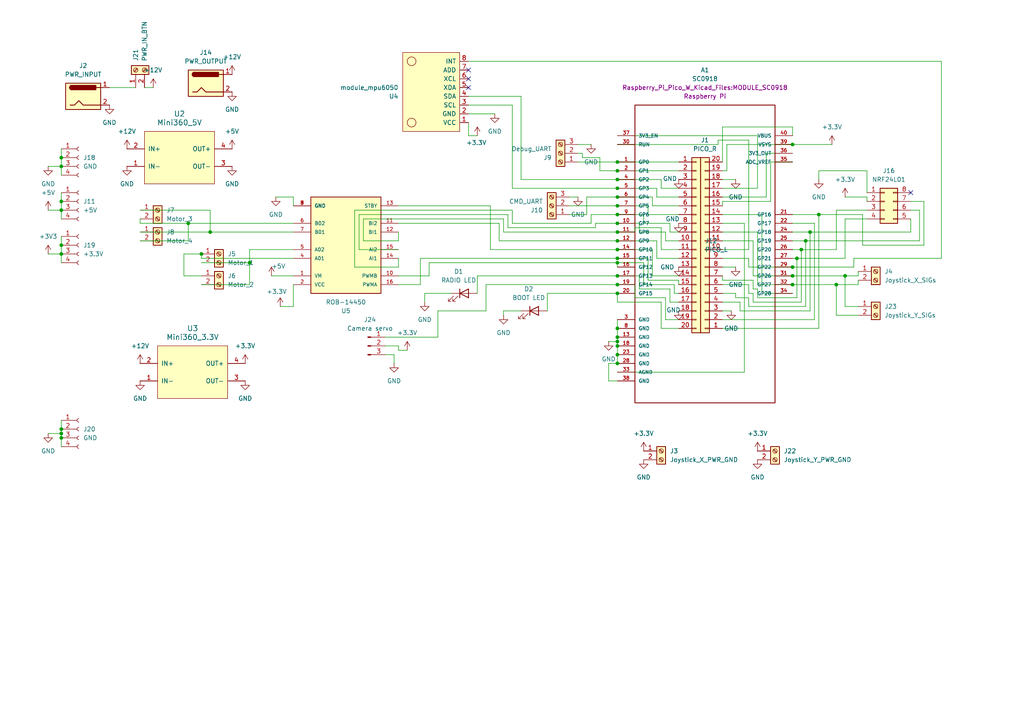
<source format=kicad_sch>
(kicad_sch (version 20231120) (generator "eeschema") (generator_version "8.0")
  (paper "A4")
  (lib_symbols
    (symbol "Connector:Barrel_Jack" (pin_names (offset 1.016))
      (property "Reference" "J" (at 0 5.334 0))
      (property "Value" "Barrel_Jack" (at 0 -5.08 0))
      (symbol "Barrel_Jack_1_1"
        (pin passive line (at 7.62 2.54 180) (length 2.54) (name "~") (number "1"))
        (pin passive line (at 7.62 -2.54 180) (length 2.54) (name "~") (number "2"))
      )
    )
    (symbol "Connector:Conn_01x03_Pin" (pin_names (offset 1.016) hide)
      (property "Reference" "J" (at 0 5.08 0))
      (property "Value" "Conn_01x03_Pin" (at 0 -5.08 0))
      (symbol "Conn_01x03_Pin_1_1"
        (pin passive line (at 5.08 2.54 180) (length 3.81) (name "Pin_1") (number "1"))
        (pin passive line (at 5.08 0 180) (length 3.81) (name "Pin_2") (number "2"))
        (pin passive line (at 5.08 -2.54 180) (length 3.81) (name "Pin_3") (number "3"))
      )
    )
    (symbol "Connector:Conn_01x04_Socket" (pin_names (offset 1.016) hide)
      (property "Reference" "J" (at 0 5.08 0))
      (property "Value" "Conn_01x04_Socket" (at 0 -7.62 0))
      (symbol "Conn_01x04_Socket_1_1"
        (pin passive line (at -5.08 2.54 0) (length 3.81) (name "Pin_1") (number "1"))
        (pin passive line (at -5.08 0 0) (length 3.81) (name "Pin_2") (number "2"))
        (pin passive line (at -5.08 -2.54 0) (length 3.81) (name "Pin_3") (number "3"))
        (pin passive line (at -5.08 -5.08 0) (length 3.81) (name "Pin_4") (number "4"))
      )
    )
    (symbol "Connector:Screw_Terminal_01x02" (pin_names (offset 1.016) hide)
      (property "Reference" "J" (at 0 2.54 0))
      (property "Value" "Screw_Terminal_01x02" (at 0 -5.08 0))
      (symbol "Screw_Terminal_01x02_1_1"
        (pin passive line (at -5.08 0 0) (length 3.81) (name "Pin_1") (number "1"))
        (pin passive line (at -5.08 -2.54 0) (length 3.81) (name "Pin_2") (number "2"))
      )
    )
    (symbol "Connector:Screw_Terminal_01x03" (pin_names (offset 1.016) hide)
      (property "Reference" "J" (at 0 5.08 0))
      (property "Value" "Screw_Terminal_01x03" (at 0 -5.08 0))
      (symbol "Screw_Terminal_01x03_1_1"
        (pin passive line (at -5.08 2.54 0) (length 3.81) (name "Pin_1") (number "1"))
        (pin passive line (at -5.08 0 0) (length 3.81) (name "Pin_2") (number "2"))
        (pin passive line (at -5.08 -2.54 0) (length 3.81) (name "Pin_3") (number "3"))
      )
    )
    (symbol "Connector_Generic:Conn_01x20" (pin_names (offset 1.016) hide)
      (property "Reference" "J" (at 0 25.4 0))
      (property "Value" "Conn_01x20" (at 0 -27.94 0))
      (symbol "Conn_01x20_1_1"
        (pin passive line (at -5.08 22.86 0) (length 3.81) (name "Pin_1") (number "1"))
        (pin passive line (at -5.08 0 0) (length 3.81) (name "Pin_10") (number "10"))
        (pin passive line (at -5.08 -2.54 0) (length 3.81) (name "Pin_11") (number "11"))
        (pin passive line (at -5.08 -5.08 0) (length 3.81) (name "Pin_12") (number "12"))
        (pin passive line (at -5.08 -7.62 0) (length 3.81) (name "Pin_13") (number "13"))
        (pin passive line (at -5.08 -10.16 0) (length 3.81) (name "Pin_14") (number "14"))
        (pin passive line (at -5.08 -12.7 0) (length 3.81) (name "Pin_15") (number "15"))
        (pin passive line (at -5.08 -15.24 0) (length 3.81) (name "Pin_16") (number "16"))
        (pin passive line (at -5.08 -17.78 0) (length 3.81) (name "Pin_17") (number "17"))
        (pin passive line (at -5.08 -20.32 0) (length 3.81) (name "Pin_18") (number "18"))
        (pin passive line (at -5.08 -22.86 0) (length 3.81) (name "Pin_19") (number "19"))
        (pin passive line (at -5.08 20.32 0) (length 3.81) (name "Pin_2") (number "2"))
        (pin passive line (at -5.08 -25.4 0) (length 3.81) (name "Pin_20") (number "20"))
        (pin passive line (at -5.08 17.78 0) (length 3.81) (name "Pin_3") (number "3"))
        (pin passive line (at -5.08 15.24 0) (length 3.81) (name "Pin_4") (number "4"))
        (pin passive line (at -5.08 12.7 0) (length 3.81) (name "Pin_5") (number "5"))
        (pin passive line (at -5.08 10.16 0) (length 3.81) (name "Pin_6") (number "6"))
        (pin passive line (at -5.08 7.62 0) (length 3.81) (name "Pin_7") (number "7"))
        (pin passive line (at -5.08 5.08 0) (length 3.81) (name "Pin_8") (number "8"))
        (pin passive line (at -5.08 2.54 0) (length 3.81) (name "Pin_9") (number "9"))
      )
    )
    (symbol "Connector_Generic:Conn_02x04_Counter_Clockwise" (pin_names (offset 1.016) hide)
      (property "Reference" "J" (at 1.27 5.08 0))
      (property "Value" "Conn_02x04_Counter_Clockwise" (at 1.27 -7.62 0))
      (symbol "Conn_02x04_Counter_Clockwise_1_1"
        (pin passive line (at -5.08 2.54 0) (length 3.81) (name "Pin_1") (number "1"))
        (pin passive line (at -5.08 0 0) (length 3.81) (name "Pin_2") (number "2"))
        (pin passive line (at -5.08 -2.54 0) (length 3.81) (name "Pin_3") (number "3"))
        (pin passive line (at -5.08 -5.08 0) (length 3.81) (name "Pin_4") (number "4"))
        (pin passive line (at 7.62 -5.08 180) (length 3.81) (name "Pin_5") (number "5"))
        (pin passive line (at 7.62 -2.54 180) (length 3.81) (name "Pin_6") (number "6"))
        (pin passive line (at 7.62 0 180) (length 3.81) (name "Pin_7") (number "7"))
        (pin passive line (at 7.62 2.54 180) (length 3.81) (name "Pin_8") (number "8"))
      )
    )
    (symbol "Device:LED" (pin_numbers hide) (pin_names (offset 1.016) hide)
      (property "Reference" "D" (at 0 2.54 0))
      (property "Value" "LED" (at 0 -2.54 0))
      (symbol "LED_1_1"
        (pin passive line (at -3.81 0 0) (length 2.54) (name "K") (number "1"))
        (pin passive line (at 3.81 0 180) (length 2.54) (name "A") (number "2"))
      )
    )
    (symbol "ROB-14450:ROB-14450" (pin_names (offset 1.016))
      (property "Reference" "U" (at -10.16 16.002 0))
      (property "Value" "ROB-14450" (at -10.16 -15.24 0))
      (symbol "ROB-14450_0_0"
        (pin power_in line (at 15.24 10.16 180) (length 5.08) (name "VM") (number "1"))
        (pin input line (at -15.24 10.16 0) (length 5.08) (name "PWMB") (number "10"))
        (pin input line (at -15.24 -5.08 0) (length 5.08) (name "BI2") (number "11"))
        (pin input line (at -15.24 -2.54 0) (length 5.08) (name "BI1") (number "12"))
        (pin input line (at -15.24 -10.16 0) (length 5.08) (name "STBY") (number "13"))
        (pin input line (at -15.24 5.08 0) (length 5.08) (name "AI1") (number "14"))
        (pin input line (at -15.24 2.54 0) (length 5.08) (name "AI2") (number "15"))
        (pin input line (at -15.24 12.7 0) (length 5.08) (name "PWMA") (number "16"))
        (pin power_in line (at 15.24 12.7 180) (length 5.08) (name "VCC") (number "2"))
        (pin power_in line (at 15.24 -10.16 180) (length 5.08) (name "GND") (number "3"))
        (pin output line (at 15.24 5.08 180) (length 5.08) (name "A01") (number "4"))
        (pin output line (at 15.24 2.54 180) (length 5.08) (name "A02") (number "5"))
        (pin output line (at 15.24 -5.08 180) (length 5.08) (name "B02") (number "6"))
        (pin output line (at 15.24 -2.54 180) (length 5.08) (name "B01") (number "7"))
        (pin power_in line (at 15.24 -10.16 180) (length 5.08) (name "GND") (number "8"))
        (pin power_in line (at 15.24 -10.16 180) (length 5.08) (name "GND") (number "9"))
      )
    )
    (symbol "Raspberry_Pi_Pico_W_SC0918:SC0918" (pin_names (offset 1.016))
      (property "Reference" "A1" (at 0 58.42 0))
      (property "Value" "SC0918" (at 0 55.88 0))
      (property "Footprint" "Raspberry Pi:MODULE_SC0918" (at -12.7 -46.99 0))
      (property "manufacturer" "Raspberry Pi" (at 0 53.34 0))
      (symbol "SC0918_0_0"
        (pin bidirectional line (at -25.4 26.67 0) (length 5.08) (name "GP0") (number "1"))
        (pin bidirectional line (at -25.4 8.89 0) (length 5.08) (name "GP7") (number "10"))
        (pin bidirectional line (at -25.4 6.35 0) (length 5.08) (name "GP8") (number "11"))
        (pin bidirectional line (at -25.4 3.81 0) (length 5.08) (name "GP9") (number "12"))
        (pin power_in line (at -25.4 -24.13 0) (length 5.08) (name "GND") (number "13"))
        (pin bidirectional line (at -25.4 1.27 0) (length 5.08) (name "GP10") (number "14"))
        (pin bidirectional line (at -25.4 -1.27 0) (length 5.08) (name "GP11") (number "15"))
        (pin bidirectional line (at -25.4 -3.81 0) (length 5.08) (name "GP12") (number "16"))
        (pin bidirectional line (at -25.4 -6.35 0) (length 5.08) (name "GP13") (number "17"))
        (pin power_in line (at -25.4 -26.67 0) (length 5.08) (name "GND") (number "18"))
        (pin bidirectional line (at -25.4 -8.89 0) (length 5.08) (name "GP14") (number "19"))
        (pin bidirectional line (at -25.4 24.13 0) (length 5.08) (name "GP1") (number "2"))
        (pin bidirectional line (at -25.4 -11.43 0) (length 5.08) (name "GP15") (number "20"))
        (pin bidirectional line (at 25.4 11.43 180) (length 5.08) (name "GP16") (number "21"))
        (pin bidirectional line (at 25.4 8.89 180) (length 5.08) (name "GP17") (number "22"))
        (pin power_in line (at -25.4 -29.21 0) (length 5.08) (name "GND") (number "23"))
        (pin bidirectional line (at 25.4 6.35 180) (length 5.08) (name "GP18") (number "24"))
        (pin bidirectional line (at 25.4 3.81 180) (length 5.08) (name "GP19") (number "25"))
        (pin bidirectional line (at 25.4 1.27 180) (length 5.08) (name "GP20") (number "26"))
        (pin bidirectional line (at 25.4 -1.27 180) (length 5.08) (name "GP21") (number "27"))
        (pin power_in line (at -25.4 -31.75 0) (length 5.08) (name "GND") (number "28"))
        (pin bidirectional line (at 25.4 -3.81 180) (length 5.08) (name "GP22") (number "29"))
        (pin power_in line (at -25.4 -19.05 0) (length 5.08) (name "GND") (number "3"))
        (pin input line (at -25.4 31.75 0) (length 5.08) (name "RUN") (number "30"))
        (pin bidirectional line (at 25.4 -6.35 180) (length 5.08) (name "GP26") (number "31"))
        (pin bidirectional line (at 25.4 -8.89 180) (length 5.08) (name "GP27") (number "32"))
        (pin power_in line (at -25.4 -34.29 0) (length 5.08) (name "AGND") (number "33"))
        (pin bidirectional line (at 25.4 -11.43 180) (length 5.08) (name "GP28") (number "34"))
        (pin power_in line (at 25.4 26.67 180) (length 5.08) (name "ADC_VREF") (number "35"))
        (pin power_in line (at 25.4 29.21 180) (length 5.08) (name "3V3_OUT") (number "36"))
        (pin input line (at -25.4 34.29 0) (length 5.08) (name "3V3_EN") (number "37"))
        (pin power_in line (at -25.4 -36.83 0) (length 5.08) (name "GND") (number "38"))
        (pin free line (at 25.4 31.75 180) (length 5.08) (name "VSYS") (number "39"))
        (pin bidirectional line (at -25.4 21.59 0) (length 5.08) (name "GP2") (number "4"))
        (pin free line (at 25.4 34.29 180) (length 5.08) (name "VBUS") (number "40"))
        (pin bidirectional line (at -25.4 19.05 0) (length 5.08) (name "GP3") (number "5"))
        (pin bidirectional line (at -25.4 16.51 0) (length 5.08) (name "GP4") (number "6"))
        (pin bidirectional line (at -25.4 13.97 0) (length 5.08) (name "GP5") (number "7"))
        (pin power_in line (at -25.4 -21.59 0) (length 5.08) (name "GND") (number "8"))
        (pin bidirectional line (at -25.4 11.43 0) (length 5.08) (name "GP6") (number "9"))
      )
    )
    (symbol "mini360:Mini360" (pin_names (offset 1.016))
      (property "Reference" "U" (at 0 -5.08 0))
      (property "Value" "Mini360" (at 0 5.08 0))
      (symbol "Mini360_1_1"
        (pin power_in line (at -15.24 -2.54 0) (length 5.08) (name "IN-") (number "1"))
        (pin power_in line (at -15.24 2.54 0) (length 5.08) (name "IN+") (number "2"))
        (pin power_out line (at 15.24 -2.54 180) (length 5.08) (name "OUT-") (number "3"))
        (pin power_out line (at 15.24 2.54 180) (length 5.08) (name "OUT+") (number "4"))
      )
    )
    (symbol "power:+12V" (power) (pin_numbers hide) (pin_names (offset 0) hide)
      (property "Value" "+12V" (at 0 3.556 0))
      (symbol "+12V_1_1"
        (pin power_in line (at 0 0 90) (length 0) (name "~") (number "1"))
      )
    )
    (symbol "power:+3.3V" (power) (pin_numbers hide) (pin_names (offset 0) hide)
      (property "Value" "+3.3V" (at 0 3.556 0))
      (symbol "+3.3V_1_1"
        (pin power_in line (at 0 0 90) (length 0) (name "~") (number "1"))
      )
    )
    (symbol "power:+3V3" (power) (pin_numbers hide) (pin_names (offset 0) hide)
      (property "Value" "+3V3" (at 0 3.556 0))
      (symbol "+3V3_1_1"
        (pin power_in line (at 0 0 90) (length 0) (name "~") (number "1"))
      )
    )
    (symbol "power:+5V" (power) (pin_numbers hide) (pin_names (offset 0) hide)
      (property "Value" "+5V" (at 0 3.556 0))
      (symbol "+5V_1_1"
        (pin power_in line (at 0 0 90) (length 0) (name "~") (number "1"))
      )
    )
    (symbol "power:GND" (power) (pin_numbers hide) (pin_names (offset 0) hide)
      (property "Value" "GND" (at 0 -3.81 0))
      (symbol "GND_1_1"
        (pin power_in line (at 0 0 270) (length 0) (name "~") (number "1"))
      )
    )
    (symbol "usini_sensors:module_mpu6050" (pin_names (offset 1.016))
      (property "Reference" "U" (at 2.54 21.59 0))
      (property "Value" "module_mpu6050" (at 11.43 -3.81 0))
      (symbol "module_mpu6050_1_1"
        (pin input line (at 0 17.78 0) (length 2.54) (name "VCC") (number "1"))
        (pin input line (at 0 15.24 0) (length 2.54) (name "GND") (number "2"))
        (pin input line (at 0 12.7 0) (length 2.54) (name "SCL") (number "3"))
        (pin input line (at 0 10.16 0) (length 2.54) (name "SDA") (number "4"))
        (pin input line (at 0 7.62 0) (length 2.54) (name "XDA") (number "5"))
        (pin input line (at 0 5.08 0) (length 2.54) (name "XCL") (number "6"))
        (pin input line (at 0 2.54 0) (length 2.54) (name "ADD") (number "7"))
        (pin input line (at 0 0 0) (length 2.54) (name "INT") (number "8"))
      )
    )
  )
  (junction (at 229.87 77.47))
  (junction (at 179.07 99.06))
  (junction (at 229.87 82.55))
  (junction (at 58.42 73.66))
  (junction (at 242.57 82.55))
  (junction (at 231.14 74.93))
  (junction (at 179.07 59.69))
  (junction (at 17.78 124.46))
  (junction (at 245.11 80.01))
  (junction (at 72.39 76.2))
  (junction (at 17.78 48.26))
  (junction (at 179.07 54.61))
  (junction (at 17.78 45.72))
  (junction (at 179.07 46.99))
  (junction (at 17.78 71.12))
  (junction (at 179.07 74.93))
  (junction (at 179.07 64.77))
  (junction (at 179.07 102.87))
  (junction (at 179.07 82.55))
  (junction (at 229.87 41.91))
  (junction (at 179.07 67.31))
  (junction (at 233.68 69.85))
  (junction (at 17.78 127))
  (junction (at 179.07 69.85))
  (junction (at 179.07 85.09))
  (junction (at 179.07 97.79))
  (junction (at 179.07 62.23))
  (junction (at 179.07 105.41))
  (junction (at 54.61 64.77))
  (junction (at 179.07 57.15))
  (junction (at 17.78 60.96))
  (junction (at 179.07 80.01))
  (junction (at 232.41 72.39))
  (junction (at 237.49 62.23))
  (junction (at 179.07 100.33))
  (junction (at 179.07 95.25))
  (junction (at 17.78 73.66))
  (junction (at 17.78 125.73))
  (junction (at 17.78 58.42))
  (junction (at 179.07 49.53))
  (junction (at 229.87 80.01))
  (junction (at 234.95 67.31))
  (junction (at 179.07 76.2))
  (junction (at 179.07 52.07))
  (junction (at 179.07 72.39))
  (junction (at 60.96 67.31))
  (no_connect (at 264.16 55.88))
  (no_connect (at 135.89 20.32))
  (no_connect (at 135.89 22.86))
  (no_connect (at 135.89 25.4))
  (wire (pts (xy 242.57 82.55) (xy 242.57 91.44)))
  (wire (pts (xy 231.14 74.93) (xy 245.11 74.93)))
  (wire (pts (xy 237.49 95.25) (xy 237.49 62.23)))
  (wire (pts (xy 219.71 39.37) (xy 219.71 54.61)))
  (wire (pts (xy 191.77 54.61) (xy 196.85 54.61)))
  (wire (pts (xy 209.55 81.28) (xy 218.44 81.28)))
  (wire (pts (xy 215.9 64.77) (xy 209.55 64.77)))
  (wire (pts (xy 170.18 57.15) (xy 179.07 57.15)))
  (wire (pts (xy 223.52 58.42) (xy 209.55 58.42)))
  (wire (pts (xy 173.99 45.72) (xy 168.91 45.72)))
  (wire (pts (xy 179.07 52.07) (xy 191.77 52.07)))
  (wire (pts (xy 115.57 69.85) (xy 115.57 67.31)))
  (wire (pts (xy 179.07 64.77) (xy 185.42 64.77)))
  (wire (pts (xy 148.59 30.48) (xy 148.59 54.61)))
  (wire (pts (xy 127 90.17) (xy 127 97.79)))
  (wire (pts (xy 58.42 82.55) (xy 72.39 82.55)))
  (wire (pts (xy 31.75 25.4) (xy 39.37 25.4)))
  (wire (pts (xy 179.07 41.91) (xy 208.28 41.91)))
  (wire (pts (xy 219.71 83.82) (xy 218.44 83.82)))
  (wire (pts (xy 248.92 82.55) (xy 248.92 81.28)))
  (wire (pts (xy 53.34 80.01) (xy 58.42 80.01)))
  (wire (pts (xy 219.71 86.36) (xy 219.71 83.82)))
  (wire (pts (xy 140.97 90.17) (xy 127 90.17)))
  (wire (pts (xy 186.69 82.55) (xy 195.58 82.55)))
  (wire (pts (xy 251.46 57.15) (xy 251.46 58.42)))
  (wire (pts (xy 251.46 55.88) (xy 251.46 49.53)))
  (wire (pts (xy 217.17 85.09) (xy 217.17 82.55)))
  (wire (pts (xy 135.89 39.37) (xy 138.43 39.37)))
  (wire (pts (xy 72.39 76.2) (xy 72.39 82.55)))
  (wire (pts (xy 213.36 86.36) (xy 217.17 86.36)))
  (wire (pts (xy 237.49 62.23) (xy 250.19 62.23)))
  (wire (pts (xy 172.72 64.77) (xy 172.72 66.04)))
  (wire (pts (xy 194.31 83.82) (xy 194.31 87.63)))
  (wire (pts (xy 218.44 87.63) (xy 218.44 85.09)))
  (wire (pts (xy 80.01 57.15) (xy 85.09 57.15)))
  (wire (pts (xy 17.78 121.92) (xy 17.78 124.46)))
  (wire (pts (xy 245.11 57.15) (xy 251.46 57.15)))
  (wire (pts (xy 115.57 77.47) (xy 115.57 74.93)))
  (wire (pts (xy 196.85 81.28) (xy 196.85 82.55)))
  (wire (pts (xy 209.55 36.83) (xy 209.55 46.99)))
  (wire (pts (xy 229.87 39.37) (xy 229.87 36.83)))
  (wire (pts (xy 209.55 82.55) (xy 217.17 82.55)))
  (wire (pts (xy 229.87 41.91) (xy 241.3 41.91)))
  (wire (pts (xy 115.57 64.77) (xy 144.78 64.77)))
  (wire (pts (xy 217.17 77.47) (xy 217.17 74.93)))
  (wire (pts (xy 179.07 64.77) (xy 172.72 64.77)))
  (wire (pts (xy 179.07 82.55) (xy 184.15 82.55)))
  (wire (pts (xy 179.07 85.09) (xy 179.07 87.63)))
  (wire (pts (xy 179.07 102.87) (xy 179.07 105.41)))
  (wire (pts (xy 179.07 69.85) (xy 190.5 69.85)))
  (wire (pts (xy 17.78 45.72) (xy 17.78 48.26)))
  (wire (pts (xy 242.57 91.44) (xy 248.92 91.44)))
  (wire (pts (xy 54.61 64.77) (xy 85.09 64.77)))
  (wire (pts (xy 114.3 102.87) (xy 114.3 105.41)))
  (wire (pts (xy 195.58 85.09) (xy 196.85 85.09)))
  (wire (pts (xy 60.96 60.96) (xy 60.96 67.31)))
  (wire (pts (xy 185.42 83.82) (xy 194.31 83.82)))
  (wire (pts (xy 176.53 99.06) (xy 179.07 99.06)))
  (wire (pts (xy 17.78 58.42) (xy 17.78 60.96)))
  (wire (pts (xy 148.59 60.96) (xy 102.87 60.96)))
  (wire (pts (xy 72.39 76.2) (xy 58.42 76.2)))
  (wire (pts (xy 140.97 82.55) (xy 140.97 90.17)))
  (wire (pts (xy 173.99 49.53) (xy 173.99 45.72)))
  (wire (pts (xy 40.64 69.85) (xy 54.61 69.85)))
  (wire (pts (xy 236.22 92.71) (xy 209.55 92.71)))
  (wire (pts (xy 209.55 81.28) (xy 209.55 80.01)))
  (wire (pts (xy 123.19 87.63) (xy 123.19 85.09)))
  (wire (pts (xy 165.1 57.15) (xy 167.64 57.15)))
  (wire (pts (xy 78.74 80.01) (xy 85.09 80.01)))
  (wire (pts (xy 179.07 57.15) (xy 189.23 57.15)))
  (wire (pts (xy 229.87 41.91) (xy 210.82 41.91)))
  (wire (pts (xy 184.15 67.31) (xy 184.15 66.04)))
  (wire (pts (xy 167.64 41.91) (xy 171.45 41.91)))
  (wire (pts (xy 40.64 64.77) (xy 54.61 64.77)))
  (wire (pts (xy 232.41 72.39) (xy 242.57 72.39)))
  (wire (pts (xy 135.89 17.78) (xy 273.05 17.78)))
  (wire (pts (xy 194.31 67.31) (xy 196.85 67.31)))
  (wire (pts (xy 267.97 58.42) (xy 264.16 58.42)))
  (wire (pts (xy 191.77 52.07) (xy 191.77 54.61)))
  (wire (pts (xy 232.41 87.63) (xy 218.44 87.63)))
  (wire (pts (xy 185.42 64.77) (xy 185.42 67.31)))
  (wire (pts (xy 151.13 52.07) (xy 151.13 27.94)))
  (wire (pts (xy 247.65 74.93) (xy 247.65 77.47)))
  (wire (pts (xy 179.07 72.39) (xy 142.24 72.39)))
  (wire (pts (xy 179.07 110.49) (xy 176.53 110.49)))
  (wire (pts (xy 170.18 62.23) (xy 170.18 57.15)))
  (wire (pts (xy 167.64 46.99) (xy 179.07 46.99)))
  (wire (pts (xy 179.07 76.2) (xy 186.69 76.2)))
  (wire (pts (xy 231.14 86.36) (xy 219.71 86.36)))
  (wire (pts (xy 191.77 87.63) (xy 191.77 95.25)))
  (wire (pts (xy 229.87 80.01) (xy 245.11 80.01)))
  (wire (pts (xy 234.95 67.31) (xy 264.16 67.31)))
  (wire (pts (xy 234.95 90.17) (xy 234.95 67.31)))
  (wire (pts (xy 217.17 40.64) (xy 217.17 72.39)))
  (wire (pts (xy 40.64 63.5) (xy 40.64 64.77)))
  (wire (pts (xy 179.07 99.06) (xy 179.07 100.33)))
  (wire (pts (xy 229.87 74.93) (xy 231.14 74.93)))
  (wire (pts (xy 179.07 62.23) (xy 171.45 62.23)))
  (wire (pts (xy 151.13 27.94) (xy 135.89 27.94)))
  (wire (pts (xy 179.07 52.07) (xy 151.13 52.07)))
  (wire (pts (xy 193.04 69.85) (xy 196.85 69.85)))
  (wire (pts (xy 184.15 86.36) (xy 193.04 86.36)))
  (wire (pts (xy 248.92 80.01) (xy 248.92 78.74)))
  (wire (pts (xy 179.07 107.95) (xy 215.9 107.95)))
  (wire (pts (xy 53.34 73.66) (xy 53.34 80.01)))
  (wire (pts (xy 209.55 58.42) (xy 209.55 59.69)))
  (wire (pts (xy 220.98 85.09) (xy 220.98 62.23)))
  (wire (pts (xy 229.87 72.39) (xy 232.41 72.39)))
  (wire (pts (xy 124.46 76.2) (xy 179.07 76.2)))
  (wire (pts (xy 123.19 85.09) (xy 130.81 85.09)))
  (wire (pts (xy 209.55 52.07) (xy 213.36 52.07)))
  (wire (pts (xy 245.11 63.5) (xy 251.46 63.5)))
  (wire (pts (xy 210.82 41.91) (xy 210.82 49.53)))
  (wire (pts (xy 115.57 101.6) (xy 118.11 101.6)))
  (wire (pts (xy 190.5 69.85) (xy 190.5 74.93)))
  (wire (pts (xy 144.78 69.85) (xy 179.07 69.85)))
  (wire (pts (xy 179.07 67.31) (xy 146.05 67.31)))
  (wire (pts (xy 193.04 86.36) (xy 193.04 92.71)))
  (wire (pts (xy 135.89 30.48) (xy 148.59 30.48)))
  (wire (pts (xy 250.19 62.23) (xy 250.19 71.12)))
  (wire (pts (xy 179.07 74.93) (xy 121.92 74.93)))
  (wire (pts (xy 236.22 64.77) (xy 236.22 92.71)))
  (wire (pts (xy 189.23 80.01) (xy 196.85 80.01)))
  (wire (pts (xy 148.59 54.61) (xy 179.07 54.61)))
  (wire (pts (xy 229.87 64.77) (xy 236.22 64.77)))
  (wire (pts (xy 184.15 66.04) (xy 191.77 66.04)))
  (wire (pts (xy 222.25 44.45) (xy 222.25 57.15)))
  (wire (pts (xy 105.41 63.5) (xy 105.41 69.85)))
  (wire (pts (xy 218.44 83.82) (xy 218.44 81.28)))
  (wire (pts (xy 247.65 77.47) (xy 229.87 77.47)))
  (wire (pts (xy 190.5 57.15) (xy 196.85 57.15)))
  (wire (pts (xy 186.69 62.23) (xy 186.69 64.77)))
  (wire (pts (xy 209.55 85.09) (xy 213.36 85.09)))
  (wire (pts (xy 217.17 86.36) (xy 217.17 88.9)))
  (wire (pts (xy 189.23 59.69) (xy 196.85 59.69)))
  (wire (pts (xy 179.07 54.61) (xy 190.5 54.61)))
  (wire (pts (xy 17.78 43.18) (xy 17.78 45.72)))
  (wire (pts (xy 104.14 72.39) (xy 115.57 72.39)))
  (wire (pts (xy 58.42 74.93) (xy 58.42 73.66)))
  (wire (pts (xy 176.53 110.49) (xy 176.53 105.41)))
  (wire (pts (xy 13.97 125.73) (xy 17.78 125.73)))
  (wire (pts (xy 208.28 41.91) (xy 208.28 40.64)))
  (wire (pts (xy 17.78 71.12) (xy 17.78 73.66)))
  (wire (pts (xy 104.14 62.23) (xy 147.32 62.23)))
  (wire (pts (xy 187.96 59.69) (xy 187.96 62.23)))
  (wire (pts (xy 17.78 68.58) (xy 17.78 71.12)))
  (wire (pts (xy 121.92 74.93) (xy 121.92 82.55)))
  (wire (pts (xy 158.75 85.09) (xy 179.07 85.09)))
  (wire (pts (xy 191.77 66.04) (xy 191.77 72.39)))
  (wire (pts (xy 219.71 67.31) (xy 209.55 67.31)))
  (wire (pts (xy 195.58 82.55) (xy 195.58 85.09)))
  (wire (pts (xy 54.61 69.85) (xy 54.61 64.77)))
  (wire (pts (xy 213.36 85.09) (xy 213.36 86.36)))
  (wire (pts (xy 232.41 72.39) (xy 232.41 87.63)))
  (wire (pts (xy 209.55 95.25) (xy 237.49 95.25)))
  (wire (pts (xy 220.98 62.23) (xy 209.55 62.23)))
  (wire (pts (xy 186.69 64.77) (xy 194.31 64.77)))
  (wire (pts (xy 179.07 82.55) (xy 140.97 82.55)))
  (wire (pts (xy 179.07 80.01) (xy 138.43 80.01)))
  (wire (pts (xy 179.07 62.23) (xy 186.69 62.23)))
  (wire (pts (xy 208.28 40.64) (xy 217.17 40.64)))
  (wire (pts (xy 148.59 64.77) (xy 148.59 60.96)))
  (wire (pts (xy 185.42 80.01) (xy 185.42 83.82)))
  (wire (pts (xy 104.14 62.23) (xy 104.14 72.39)))
  (wire (pts (xy 179.07 100.33) (xy 179.07 102.87)))
  (wire (pts (xy 229.87 82.55) (xy 242.57 82.55)))
  (wire (pts (xy 72.39 72.39) (xy 72.39 76.2)))
  (wire (pts (xy 273.05 74.93) (xy 247.65 74.93)))
  (wire (pts (xy 147.32 66.04) (xy 147.32 62.23)))
  (wire (pts (xy 127 97.79) (xy 111.76 97.79)))
  (wire (pts (xy 194.31 87.63) (xy 196.85 87.63)))
  (wire (pts (xy 245.11 74.93) (xy 245.11 63.5)))
  (wire (pts (xy 60.96 67.31) (xy 85.09 67.31)))
  (wire (pts (xy 146.05 67.31) (xy 146.05 63.5)))
  (wire (pts (xy 165.1 62.23) (xy 170.18 62.23)))
  (wire (pts (xy 102.87 60.96) (xy 102.87 77.47)))
  (wire (pts (xy 191.77 72.39) (xy 196.85 72.39)))
  (wire (pts (xy 146.05 91.44) (xy 146.05 90.17)))
  (wire (pts (xy 171.45 64.77) (xy 148.59 64.77)))
  (wire (pts (xy 189.23 72.39) (xy 189.23 80.01)))
  (wire (pts (xy 193.04 92.71) (xy 196.85 92.71)))
  (wire (pts (xy 229.87 36.83) (xy 209.55 36.83)))
  (wire (pts (xy 105.41 69.85) (xy 115.57 69.85)))
  (wire (pts (xy 242.57 60.96) (xy 251.46 60.96)))
  (wire (pts (xy 218.44 69.85) (xy 209.55 69.85)))
  (wire (pts (xy 187.96 62.23) (xy 196.85 62.23)))
  (wire (pts (xy 179.07 46.99) (xy 196.85 46.99)))
  (wire (pts (xy 17.78 73.66) (xy 17.78 76.2)))
  (wire (pts (xy 217.17 72.39) (xy 209.55 72.39)))
  (wire (pts (xy 111.76 102.87) (xy 114.3 102.87)))
  (wire (pts (xy 40.64 67.31) (xy 60.96 67.31)))
  (wire (pts (xy 234.95 67.31) (xy 229.87 67.31)))
  (wire (pts (xy 17.78 127) (xy 17.78 129.54)))
  (wire (pts (xy 189.23 57.15) (xy 189.23 59.69)))
  (wire (pts (xy 179.07 59.69) (xy 187.96 59.69)))
  (wire (pts (xy 233.68 69.85) (xy 266.7 69.85)))
  (wire (pts (xy 17.78 124.46) (xy 17.78 125.73)))
  (wire (pts (xy 214.63 87.63) (xy 214.63 90.17)))
  (wire (pts (xy 229.87 69.85) (xy 233.68 69.85)))
  (wire (pts (xy 171.45 62.23) (xy 171.45 64.77)))
  (wire (pts (xy 264.16 67.31) (xy 264.16 63.5)))
  (wire (pts (xy 194.31 64.77) (xy 194.31 67.31)))
  (wire (pts (xy 218.44 80.01) (xy 218.44 69.85)))
  (wire (pts (xy 229.87 85.09) (xy 220.98 85.09)))
  (wire (pts (xy 121.92 82.55) (xy 115.57 82.55)))
  (wire (pts (xy 81.28 88.9) (xy 85.09 88.9)))
  (wire (pts (xy 167.64 44.45) (xy 168.91 44.45)))
  (wire (pts (xy 85.09 57.15) (xy 85.09 59.69)))
  (wire (pts (xy 219.71 82.55) (xy 219.71 67.31)))
  (wire (pts (xy 179.07 76.2) (xy 179.07 77.47)))
  (wire (pts (xy 13.97 73.66) (xy 17.78 73.66)))
  (wire (pts (xy 13.97 48.26) (xy 17.78 48.26)))
  (wire (pts (xy 85.09 72.39) (xy 72.39 72.39)))
  (wire (pts (xy 179.07 74.93) (xy 187.96 74.93)))
  (wire (pts (xy 209.55 90.17) (xy 212.09 90.17)))
  (wire (pts (xy 242.57 72.39) (xy 242.57 60.96)))
  (wire (pts (xy 191.77 95.25) (xy 196.85 95.25)))
  (wire (pts (xy 231.14 74.93) (xy 231.14 86.36)))
  (wire (pts (xy 219.71 54.61) (xy 209.55 54.61)))
  (wire (pts (xy 179.07 97.79) (xy 179.07 99.06)))
  (wire (pts (xy 209.55 77.47) (xy 213.36 77.47)))
  (wire (pts (xy 41.91 25.4) (xy 44.45 25.4)))
  (wire (pts (xy 179.07 92.71) (xy 179.07 95.25)))
  (wire (pts (xy 245.11 80.01) (xy 248.92 80.01)))
  (wire (pts (xy 165.1 59.69) (xy 179.07 59.69)))
  (wire (pts (xy 184.15 82.55) (xy 184.15 86.36)))
  (wire (pts (xy 190.5 54.61) (xy 190.5 57.15)))
  (wire (pts (xy 229.87 44.45) (xy 222.25 44.45)))
  (wire (pts (xy 142.24 72.39) (xy 142.24 59.69)))
  (wire (pts (xy 102.87 77.47) (xy 115.57 77.47)))
  (wire (pts (xy 176.53 105.41) (xy 179.07 105.41)))
  (wire (pts (xy 146.05 90.17) (xy 151.13 90.17)))
  (wire (pts (xy 185.42 67.31) (xy 193.04 67.31)))
  (wire (pts (xy 17.78 55.88) (xy 17.78 58.42)))
  (wire (pts (xy 187.96 81.28) (xy 196.85 81.28)))
  (wire (pts (xy 115.57 80.01) (xy 124.46 80.01)))
  (wire (pts (xy 179.07 67.31) (xy 184.15 67.31)))
  (wire (pts (xy 229.87 80.01) (xy 218.44 80.01)))
  (wire (pts (xy 237.49 49.53) (xy 237.49 52.07)))
  (wire (pts (xy 179.07 87.63) (xy 191.77 87.63)))
  (wire (pts (xy 13.97 60.96) (xy 17.78 60.96)))
  (wire (pts (xy 17.78 125.73) (xy 17.78 127)))
  (wire (pts (xy 193.04 67.31) (xy 193.04 69.85)))
  (wire (pts (xy 40.64 60.96) (xy 60.96 60.96)))
  (wire (pts (xy 215.9 64.77) (xy 215.9 107.95)))
  (wire (pts (xy 242.57 82.55) (xy 248.92 82.55)))
  (wire (pts (xy 124.46 80.01) (xy 124.46 76.2)))
  (wire (pts (xy 267.97 71.12) (xy 267.97 58.42)))
  (wire (pts (xy 168.91 44.45) (xy 168.91 45.72)))
  (wire (pts (xy 115.57 100.33) (xy 115.57 101.6)))
  (wire (pts (xy 250.19 71.12) (xy 267.97 71.12)))
  (wire (pts (xy 210.82 49.53) (xy 209.55 49.53)))
  (wire (pts (xy 223.52 46.99) (xy 223.52 58.42)))
  (wire (pts (xy 266.7 60.96) (xy 264.16 60.96)))
  (wire (pts (xy 190.5 74.93) (xy 196.85 74.93)))
  (wire (pts (xy 229.87 77.47) (xy 217.17 77.47)))
  (wire (pts (xy 179.07 95.25) (xy 179.07 97.79)))
  (wire (pts (xy 222.25 57.15) (xy 209.55 57.15)))
  (wire (pts (xy 111.76 100.33) (xy 115.57 100.33)))
  (wire (pts (xy 233.68 69.85) (xy 233.68 88.9)))
  (wire (pts (xy 251.46 49.53) (xy 237.49 49.53)))
  (wire (pts (xy 218.44 85.09) (xy 217.17 85.09)))
  (wire (pts (xy 146.05 63.5) (xy 105.41 63.5)))
  (wire (pts (xy 158.75 90.17) (xy 158.75 85.09)))
  (wire (pts (xy 135.89 35.56) (xy 135.89 39.37)))
  (wire (pts (xy 229.87 46.99) (xy 223.52 46.99)))
  (wire (pts (xy 245.11 88.9) (xy 248.92 88.9)))
  (wire (pts (xy 217.17 74.93) (xy 209.55 74.93)))
  (wire (pts (xy 142.24 59.69) (xy 115.57 59.69)))
  (wire (pts (xy 237.49 62.23) (xy 229.87 62.23)))
  (wire (pts (xy 58.42 73.66) (xy 53.34 73.66)))
  (wire (pts (xy 233.68 88.9) (xy 217.17 88.9)))
  (wire (pts (xy 179.07 80.01) (xy 185.42 80.01)))
  (wire (pts (xy 179.07 49.53) (xy 196.85 49.53)))
  (wire (pts (xy 245.11 80.01) (xy 245.11 88.9)))
  (wire (pts (xy 179.07 39.37) (xy 219.71 39.37)))
  (wire (pts (xy 179.07 49.53) (xy 173.99 49.53)))
  (wire (pts (xy 209.55 87.63) (xy 214.63 87.63)))
  (wire (pts (xy 179.07 72.39) (xy 189.23 72.39)))
  (wire (pts (xy 229.87 82.55) (xy 219.71 82.55)))
  (wire (pts (xy 138.43 80.01) (xy 138.43 85.09)))
  (wire (pts (xy 266.7 69.85) (xy 266.7 60.96)))
  (wire (pts (xy 172.72 66.04) (xy 147.32 66.04)))
  (wire (pts (xy 17.78 60.96) (xy 17.78 63.5)))
  (wire (pts (xy 187.96 74.93) (xy 187.96 81.28)))
  (wire (pts (xy 17.78 48.26) (xy 17.78 50.8)))
  (wire (pts (xy 135.89 33.02) (xy 143.51 33.02)))
  (wire (pts (xy 144.78 64.77) (xy 144.78 69.85)))
  (wire (pts (xy 85.09 88.9) (xy 85.09 82.55)))
  (wire (pts (xy 273.05 17.78) (xy 273.05 74.93)))
  (wire (pts (xy 85.09 74.93) (xy 58.42 74.93)))
  (wire (pts (xy 186.69 76.2) (xy 186.69 82.55)))
  (wire (pts (xy 214.63 90.17) (xy 234.95 90.17)))
  (symbol (lib_id "Connector:Screw_Terminal_01x02") (at 254 88.9 0) (unit 1)
    (property "Reference" "J23" (at 256.54 88.8999 0) (effects (justify left)))
    (property "Value" "Joystick_Y_SIGs" (at 256.54 91.4399 0) (effects (justify left)))
    (property "Footprint" "TerminalBlock_Phoenix:TerminalBlock_Phoenix_MKDS-1,5-2-5.08_1x02_P5.08mm_Horizontal" (effects (hide yes)))
    (property "Description" "Generic screw terminal, single row, 01x02, script generated (kicad-library-utils/schlib/autogen/connector/)" (effects (hide yes)))
  )
  (symbol (lib_id "power:GND") (at 186.69 133.35 0) (unit 1)
    (property "Reference" "#PWR028" (effects (hide yes)))
    (property "Value" "GND" (at 186.69 138.43 0))
    (property "Description" "Power symbol creates a global label with name \"GND\" , ground" (effects (hide yes)))
  )
  (symbol (lib_id "power:+3.3V") (at 219.71 130.81 0) (unit 1)
    (property "Reference" "#PWR027" (effects (hide yes)))
    (property "Value" "+3.3V" (at 219.71 125.73 0))
    (property "Description" "Power symbol creates a global label with name \"+3.3V\"" (effects (hide yes)))
  )
  (symbol (lib_id "Connector:Screw_Terminal_01x02") (at 45.72 60.96 0) (unit 1)
    (property "Reference" "J7" (at 48.26 60.9599 0) (effects (justify left)))
    (property "Value" "Motor_3" (at 48.26 63.4999 0) (effects (justify left)))
    (property "Footprint" "TerminalBlock_Phoenix:TerminalBlock_Phoenix_MKDS-1,5-2-5.08_1x02_P5.08mm_Horizontal" (effects (hide yes)))
    (property "Description" "Generic screw terminal, single row, 01x02, script generated (kicad-library-utils/schlib/autogen/connector/)" (effects (hide yes)))
  )
  (symbol (lib_id "power:GND") (at 212.09 90.17 0) (unit 1)
    (property "Reference" "#PWR042" (effects (hide yes)))
    (property "Value" "GND" (at 212.09 95.25 0))
    (property "Description" "Power symbol creates a global label with name \"GND\" , ground" (effects (hide yes)))
  )
  (symbol (lib_id "power:GND") (at 123.19 87.63 0) (unit 1)
    (property "Reference" "#PWR03" (effects (hide yes)))
    (property "Value" "GND" (at 123.19 92.71 0))
    (property "Description" "Power symbol creates a global label with name \"GND\" , ground" (effects (hide yes)))
  )
  (symbol (lib_id "power:GND") (at 237.49 52.07 0) (unit 1)
    (property "Reference" "#PWR046" (effects (hide yes)))
    (property "Value" "GND" (at 237.49 57.15 0))
    (property "Description" "Power symbol creates a global label with name \"GND\" , ground" (effects (hide yes)))
  )
  (symbol (lib_id "Connector:Screw_Terminal_01x03") (at 160.02 59.69 180) (unit 1)
    (property "Reference" "J10" (at 157.48 60.9601 0) (effects (justify left)))
    (property "Value" "CMD_UART" (at 157.48 58.4201 0) (effects (justify left)))
    (property "Footprint" "TerminalBlock_Phoenix:TerminalBlock_Phoenix_MKDS-1,5-3-5.08_1x03_P5.08mm_Horizontal" (effects (hide yes)))
    (property "Description" "Generic screw terminal, single row, 01x03, script generated (kicad-library-utils/schlib/autogen/connector/)" (effects (hide yes)))
  )
  (symbol (lib_id "power:+3.3V") (at 186.69 130.81 0) (unit 1)
    (property "Reference" "#PWR026" (effects (hide yes)))
    (property "Value" "+3.3V" (at 186.69 125.73 0))
    (property "Description" "Power symbol creates a global label with name \"+3.3V\"" (effects (hide yes)))
  )
  (symbol (lib_id "power:GND") (at 167.64 57.15 0) (unit 1)
    (property "Reference" "#PWR05" (effects (hide yes)))
    (property "Value" "GND" (at 167.64 62.23 0))
    (property "Description" "Power symbol creates a global label with name \"GND\" , ground" (effects (hide yes)))
  )
  (symbol (lib_id "Connector:Conn_01x04_Socket") (at 22.86 71.12 0) (unit 1)
    (property "Reference" "J19" (at 24.13 71.1199 0) (effects (justify left)))
    (property "Value" "+3.3V" (at 24.13 73.6599 0) (effects (justify left)))
    (property "Footprint" "Connector_PinSocket_2.54mm:PinSocket_1x04_P2.54mm_Vertical" (effects (hide yes)))
    (property "Description" "Generic connector, single row, 01x04, script generated" (effects (hide yes)))
  )
  (symbol (lib_id "power:GND") (at 213.36 52.07 0) (unit 1)
    (property "Reference" "#PWR044" (effects (hide yes)))
    (property "Value" "GND" (at 213.36 57.15 0))
    (property "Description" "Power symbol creates a global label with name \"GND\" , ground" (effects (hide yes)))
  )
  (symbol (lib_id "power:+12V") (at 40.64 105.41 0) (unit 1)
    (property "Reference" "#PWR021" (effects (hide yes)))
    (property "Value" "+12V" (at 40.64 100.33 0))
    (property "Description" "Power symbol creates a global label with name \"+12V\"" (effects (hide yes)))
  )
  (symbol (lib_id "Connector:Screw_Terminal_01x02") (at 63.5 80.01 0) (unit 1)
    (property "Reference" "J6" (at 66.04 80.0099 0) (effects (justify left)))
    (property "Value" "Motor_2" (at 66.04 82.5499 0) (effects (justify left)))
    (property "Footprint" "TerminalBlock_Phoenix:TerminalBlock_Phoenix_MKDS-1,5-2-5.08_1x02_P5.08mm_Horizontal" (effects (hide yes)))
    (property "Description" "Generic screw terminal, single row, 01x02, script generated (kicad-library-utils/schlib/autogen/connector/)" (effects (hide yes)))
  )
  (symbol (lib_id "Connector:Conn_01x04_Socket") (at 22.86 58.42 0) (unit 1)
    (property "Reference" "J11" (at 24.13 58.4199 0) (effects (justify left)))
    (property "Value" "+5V" (at 24.13 60.9599 0) (effects (justify left)))
    (property "Footprint" "Connector_PinSocket_2.54mm:PinSocket_1x04_P2.54mm_Vertical" (effects (hide yes)))
    (property "Description" "Generic connector, single row, 01x04, script generated" (effects (hide yes)))
  )
  (symbol (lib_id "power:GND") (at 67.31 48.26 0) (unit 1)
    (property "Reference" "#PWR07" (effects (hide yes)))
    (property "Value" "GND" (at 67.31 53.34 0))
    (property "Description" "Power symbol creates a global label with name \"GND\" , ground" (effects (hide yes)))
  )
  (symbol (lib_id "power:+3.3V") (at 71.12 105.41 0) (unit 1)
    (property "Reference" "#PWR025" (effects (hide yes)))
    (property "Value" "+3.3V" (at 71.12 100.33 0))
    (property "Description" "Power symbol creates a global label with name \"+3.3V\"" (effects (hide yes)))
  )
  (symbol (lib_id "power:GND") (at 196.85 90.17 0) (unit 1)
    (property "Reference" "#PWR041" (effects (hide yes)))
    (property "Value" "GND" (at 195.326 89.916 0))
    (property "Description" "Power symbol creates a global label with name \"GND\" , ground" (effects (hide yes)))
  )
  (symbol (lib_id "Raspberry_Pi_Pico_W_SC0918:SC0918") (at 204.47 73.66 0) (unit 1)
    (property "Reference" "A1" (at 204.47 20.32 0))
    (property "Value" "SC0918" (at 204.47 22.86 0))
    (property "Footprint" "Raspberry_Pi_Pico_W_Kicad_Files:MODULE_SC0918" (at 204.47 25.4 0))
    (property "Datasheet" "https://datasheets.raspberrypi.com/picow/pico-w-datasheet.pdf" (effects (hide yes)))
    (property "manufacturer" "Raspberry Pi" (at 204.47 27.94 0))
    (property "P/N" "SC0918" (effects (hide yes)))
    (property "PARTREV" "1.6" (effects (hide yes)))
    (property "MAXIMUM_PACKAGE_HEIGHT" "3.73mm" (effects (hide yes)))
  )
  (symbol (lib_id "Connector:Screw_Terminal_01x03") (at 162.56 44.45 180) (unit 1)
    (property "Reference" "J9" (at 160.02 45.7201 0) (effects (justify left)))
    (property "Value" "Debug_UART" (at 160.02 43.1801 0) (effects (justify left)))
    (property "Footprint" "TerminalBlock_Phoenix:TerminalBlock_Phoenix_MKDS-1,5-3-5.08_1x03_P5.08mm_Horizontal" (effects (hide yes)))
    (property "Description" "Generic screw terminal, single row, 01x03, script generated (kicad-library-utils/schlib/autogen/connector/)" (effects (hide yes)))
  )
  (symbol (lib_id "usini_sensors:module_mpu6050") (at 135.89 17.78 180) (unit 1)
    (property "Reference" "U4" (at 115.57 27.9401 0) (effects (justify left)))
    (property "Value" "module_mpu6050" (at 115.57 25.4001 0) (effects (justify left)))
    (property "Footprint" "usini_sensors:module_mpu6050" (effects (hide yes)))
  )
  (symbol (lib_id "Connector:Screw_Terminal_01x02") (at 224.79 130.81 0) (unit 1)
    (property "Reference" "J22" (at 227.33 130.8099 0) (effects (justify left)))
    (property "Value" "Joystick_Y_PWR_GND" (at 227.33 133.3499 0) (effects (justify left)))
    (property "Footprint" "TerminalBlock_Phoenix:TerminalBlock_Phoenix_MKDS-1,5-2-5.08_1x02_P5.08mm_Horizontal" (effects (hide yes)))
    (property "Description" "Generic screw terminal, single row, 01x02, script generated (kicad-library-utils/schlib/autogen/connector/)" (effects (hide yes)))
  )
  (symbol (lib_id "power:GND") (at 213.36 77.47 0) (unit 1)
    (property "Reference" "#PWR043" (effects (hide yes)))
    (property "Value" "GND" (at 213.36 82.55 0))
    (property "Description" "Power symbol creates a global label with name \"GND\" , ground" (effects (hide yes)))
  )
  (symbol (lib_id "power:GND") (at 67.31 26.67 0) (unit 1)
    (property "Reference" "#PWR011" (effects (hide yes)))
    (property "Value" "GND" (at 67.31 31.75 0))
    (property "Description" "Power symbol creates a global label with name \"GND\" , ground" (effects (hide yes)))
  )
  (symbol (lib_id "mini360:Mini360") (at 52.07 45.72 0) (unit 1)
    (property "Reference" "U2" (at 52.07 33.02 0) (effects (font (size 1.524 1.524))))
    (property "Value" "Mini360_5V" (at 52.07 35.56 0) (effects (font (size 1.524 1.524))))
    (property "Footprint" "Mini360_step-down:Mini360_step-down" (effects (hide yes)))
  )
  (symbol (lib_id "Connector:Screw_Terminal_01x02") (at 39.37 20.32 90) (unit 1)
    (property "Reference" "J21" (at 39.3699 17.78 0) (effects (justify left)))
    (property "Value" "PWR_IN_BTN" (at 41.9099 17.78 0) (effects (justify left)))
    (property "Footprint" "TerminalBlock_Phoenix:TerminalBlock_Phoenix_MKDS-1,5-2-5.08_1x02_P5.08mm_Horizontal" (effects (hide yes)))
    (property "Description" "Generic screw terminal, single row, 01x02, script generated (kicad-library-utils/schlib/autogen/connector/)" (effects (hide yes)))
  )
  (symbol (lib_id "Connector:Conn_01x04_Socket") (at 22.86 45.72 0) (unit 1)
    (property "Reference" "J18" (at 24.13 45.7199 0) (effects (justify left)))
    (property "Value" "GND" (at 24.13 48.2599 0) (effects (justify left)))
    (property "Footprint" "Connector_PinSocket_2.54mm:PinSocket_1x04_P2.54mm_Vertical" (effects (hide yes)))
    (property "Description" "Generic connector, single row, 01x04, script generated" (effects (hide yes)))
  )
  (symbol (lib_id "power:GND") (at 13.97 125.73 0) (unit 1)
    (property "Reference" "#PWR018" (effects (hide yes)))
    (property "Value" "GND" (at 13.97 130.81 0))
    (property "Description" "Power symbol creates a global label with name \"GND\" , ground" (effects (hide yes)))
  )
  (symbol (lib_id "Connector_Generic:Conn_01x20") (at 201.93 69.85 0) (unit 1)
    (property "Reference" "J12" (at 204.47 69.8499 0) (effects (justify left)))
    (property "Value" "PICO_L" (at 204.47 72.3899 0) (effects (justify left)))
    (property "Footprint" "Connector_PinHeader_2.54mm:PinHeader_1x20_P2.54mm_Vertical" (effects (hide yes)))
    (property "Description" "Generic connector, single row, 01x20, script generated (kicad-library-utils/schlib/autogen/connector/)" (effects (hide yes)))
  )
  (symbol (lib_id "power:+3V3") (at 13.97 73.66 0) (unit 1)
    (property "Reference" "#PWR014" (effects (hide yes)))
    (property "Value" "+3V3" (at 13.97 68.58 0))
    (property "Description" "Power symbol creates a global label with name \"+3V3\"" (effects (hide yes)))
  )
  (symbol (lib_id "power:GND") (at 171.45 41.91 0) (unit 1)
    (property "Reference" "#PWR04" (effects (hide yes)))
    (property "Value" "GND" (at 171.45 46.99 0))
    (property "Description" "Power symbol creates a global label with name \"GND\" , ground" (effects (hide yes)))
  )
  (symbol (lib_id "Connector:Screw_Terminal_01x02") (at 45.72 67.31 0) (unit 1)
    (property "Reference" "J8" (at 48.26 67.3099 0) (effects (justify left)))
    (property "Value" "Motor_4" (at 48.26 69.8499 0) (effects (justify left)))
    (property "Footprint" "TerminalBlock_Phoenix:TerminalBlock_Phoenix_MKDS-1,5-2-5.08_1x02_P5.08mm_Horizontal" (effects (hide yes)))
    (property "Description" "Generic screw terminal, single row, 01x02, script generated (kicad-library-utils/schlib/autogen/connector/)" (effects (hide yes)))
  )
  (symbol (lib_id "Connector:Barrel_Jack") (at 24.13 27.94 0) (unit 1)
    (property "Reference" "J2" (at 24.13 19.05 0))
    (property "Value" "PWR_INPUT" (at 24.13 21.59 0))
    (property "Footprint" "Connector_BarrelJack:BarrelJack_Horizontal" (effects (hide yes)))
    (property "Description" "DC Barrel Jack" (effects (hide yes)))
  )
  (symbol (lib_id "Device:LED") (at 134.62 85.09 0) (unit 1)
    (property "Reference" "D1" (at 133.0325 78.74 0))
    (property "Value" "RADIO LED" (at 133.0325 81.28 0))
    (property "Footprint" "LED_THT:LED_D5.0mm" (effects (hide yes)))
    (property "Description" "Light emitting diode" (effects (hide yes)))
  )
  (symbol (lib_id "power:GND") (at 219.71 133.35 0) (unit 1)
    (property "Reference" "#PWR029" (effects (hide yes)))
    (property "Value" "GND" (at 219.71 138.43 0))
    (property "Description" "Power symbol creates a global label with name \"GND\" , ground" (effects (hide yes)))
  )
  (symbol (lib_id "Connector:Barrel_Jack") (at 59.69 24.13 0) (unit 1)
    (property "Reference" "J14" (at 59.69 15.24 0))
    (property "Value" "PWR_OUTPUT" (at 59.69 17.78 0))
    (property "Footprint" "Connector_BarrelJack:BarrelJack_Horizontal" (effects (hide yes)))
    (property "Description" "DC Barrel Jack" (effects (hide yes)))
  )
  (symbol (lib_id "power:GND") (at 143.51 33.02 0) (unit 1)
    (property "Reference" "#PWR01" (effects (hide yes)))
    (property "Value" "GND" (at 143.51 38.1 0))
    (property "Description" "Power symbol creates a global label with name \"GND\" , ground" (effects (hide yes)))
  )
  (symbol (lib_id "power:+12V") (at 44.45 25.4 0) (unit 1)
    (property "Reference" "#PWR09" (effects (hide yes)))
    (property "Value" "+12V" (at 44.45 20.32 0))
    (property "Description" "Power symbol creates a global label with name \"+12V\"" (effects (hide yes)))
  )
  (symbol (lib_id "power:+3.3V") (at 138.43 39.37 0) (unit 1)
    (property "Reference" "#PWR036" (effects (hide yes)))
    (property "Value" "+3.3V" (at 138.176 41.402 0))
    (property "Description" "Power symbol creates a global label with name \"+3.3V\"" (effects (hide yes)))
  )
  (symbol (lib_id "power:+3.3V") (at 81.28 88.9 0) (unit 1)
    (property "Reference" "#PWR030" (effects (hide yes)))
    (property "Value" "+3.3V" (at 80.264 84.582 0))
    (property "Description" "Power symbol creates a global label with name \"+3.3V\"" (effects (hide yes)))
  )
  (symbol (lib_id "Connector_Generic:Conn_02x04_Counter_Clockwise") (at 256.54 58.42 0) (unit 1)
    (property "Reference" "J16" (at 257.81 49.53 0))
    (property "Value" "NRF24L01" (at 257.81 52.07 0))
    (property "Footprint" "Connector_PinSocket_2.54mm:PinSocket_2x04_P2.54mm_Vertical" (effects (hide yes)))
    (property "Description" "Generic connector, double row, 02x04, counter clockwise pin numbering scheme (similar to DIP package numbering), script generated (kicad-library-utils/schlib/autogen/connector/)" (effects (hide yes)))
  )
  (symbol (lib_id "mini360:Mini360") (at 55.88 107.95 0) (unit 1)
    (property "Reference" "U3" (at 55.88 95.25 0) (effects (font (size 1.524 1.524))))
    (property "Value" "Mini360_3.3V" (at 55.88 97.79 0) (effects (font (size 1.524 1.524))))
    (property "Footprint" "Mini360_step-down:Mini360_step-down" (effects (hide yes)))
  )
  (symbol (lib_id "power:+5V") (at 78.74 80.01 0) (unit 1)
    (property "Reference" "#PWR032" (effects (hide yes)))
    (property "Value" "+5V" (at 80.772 77.216 0))
    (property "Description" "Power symbol creates a global label with name \"+5V\"" (effects (hide yes)))
  )
  (symbol (lib_id "Connector:Screw_Terminal_01x02") (at 63.5 73.66 0) (unit 1)
    (property "Reference" "J5" (at 66.04 73.6599 0) (effects (justify left)))
    (property "Value" "Motor_1" (at 66.04 76.1999 0) (effects (justify left)))
    (property "Footprint" "TerminalBlock_Phoenix:TerminalBlock_Phoenix_MKDS-1,5-2-5.08_1x02_P5.08mm_Horizontal" (effects (hide yes)))
    (property "Description" "Generic screw terminal, single row, 01x02, script generated (kicad-library-utils/schlib/autogen/connector/)" (effects (hide yes)))
  )
  (symbol (lib_id "power:+12V") (at 67.31 21.59 0) (unit 1)
    (property "Reference" "#PWR010" (effects (hide yes)))
    (property "Value" "+12V" (at 67.31 16.51 0))
    (property "Description" "Power symbol creates a global label with name \"+12V\"" (effects (hide yes)))
  )
  (symbol (lib_id "power:GND") (at 31.75 30.48 0) (unit 1)
    (property "Reference" "#PWR08" (effects (hide yes)))
    (property "Value" "GND" (at 31.75 35.56 0))
    (property "Description" "Power symbol creates a global label with name \"GND\" , ground" (effects (hide yes)))
  )
  (symbol (lib_id "power:+5V") (at 67.31 43.18 0) (unit 1)
    (property "Reference" "#PWR024" (effects (hide yes)))
    (property "Value" "+5V" (at 67.31 38.1 0))
    (property "Description" "Power symbol creates a global label with name \"+5V\"" (effects (hide yes)))
  )
  (symbol (lib_id "power:GND") (at 40.64 110.49 0) (unit 1)
    (property "Reference" "#PWR023" (effects (hide yes)))
    (property "Value" "GND" (at 40.64 115.57 0))
    (property "Description" "Power symbol creates a global label with name \"GND\" , ground" (effects (hide yes)))
  )
  (symbol (lib_id "power:+12V") (at 36.83 43.18 0) (unit 1)
    (property "Reference" "#PWR020" (effects (hide yes)))
    (property "Value" "+12V" (at 36.83 38.1 0))
    (property "Description" "Power symbol creates a global label with name \"+12V\"" (effects (hide yes)))
  )
  (symbol (lib_id "power:GND") (at 176.53 99.06 0) (unit 1)
    (property "Reference" "#PWR02" (effects (hide yes)))
    (property "Value" "GND" (at 176.53 104.14 0))
    (property "Description" "Power symbol creates a global label with name \"GND\" , ground" (effects (hide yes)))
  )
  (symbol (lib_id "Connector_Generic:Conn_01x20") (at 204.47 72.39 180) (unit 1)
    (property "Reference" "J1" (at 204.47 40.64 0))
    (property "Value" "PICO_R" (at 204.47 43.18 0))
    (property "Footprint" "Connector_PinHeader_2.54mm:PinHeader_1x20_P2.54mm_Vertical" (effects (hide yes)))
    (property "Description" "Generic connector, single row, 01x20, script generated (kicad-library-utils/schlib/autogen/connector/)" (effects (hide yes)))
  )
  (symbol (lib_id "Device:LED") (at 154.94 90.17 0) (unit 1)
    (property "Reference" "D2" (at 153.3525 83.82 0))
    (property "Value" "BOOT LED" (at 153.3525 86.36 0))
    (property "Footprint" "LED_THT:LED_D5.0mm" (effects (hide yes)))
    (property "Description" "Light emitting diode" (effects (hide yes)))
  )
  (symbol (lib_id "power:GND") (at 13.97 48.26 0) (unit 1)
    (property "Reference" "#PWR012" (effects (hide yes)))
    (property "Value" "GND" (at 13.97 53.34 0))
    (property "Description" "Power symbol creates a global label with name \"GND\" , ground" (effects (hide yes)))
  )
  (symbol (lib_id "power:+3.3V") (at 241.3 41.91 0) (unit 1)
    (property "Reference" "#PWR037" (effects (hide yes)))
    (property "Value" "+3.3V" (at 241.3 36.83 0))
    (property "Description" "Power symbol creates a global label with name \"+3.3V\"" (effects (hide yes)))
  )
  (symbol (lib_id "power:+5V") (at 13.97 60.96 0) (unit 1)
    (property "Reference" "#PWR013" (effects (hide yes)))
    (property "Value" "+5V" (at 13.97 55.88 0))
    (property "Description" "Power symbol creates a global label with name \"+5V\"" (effects (hide yes)))
  )
  (symbol (lib_id "power:+3.3V") (at 245.11 57.15 0) (unit 1)
    (property "Reference" "#PWR045" (effects (hide yes)))
    (property "Value" "+3.3V" (at 245.11 52.07 0))
    (property "Description" "Power symbol creates a global label with name \"+3.3V\"" (effects (hide yes)))
  )
  (symbol (lib_id "power:GND") (at 80.01 57.15 0) (unit 1)
    (property "Reference" "#PWR031" (effects (hide yes)))
    (property "Value" "GND" (at 80.01 62.23 0))
    (property "Description" "Power symbol creates a global label with name \"GND\" , ground" (effects (hide yes)))
  )
  (symbol (lib_id "Connector:Screw_Terminal_01x02") (at 254 78.74 0) (unit 1)
    (property "Reference" "J4" (at 256.54 78.7399 0) (effects (justify left)))
    (property "Value" "Joystick_X_SIGs" (at 256.54 81.2799 0) (effects (justify left)))
    (property "Footprint" "TerminalBlock_Phoenix:TerminalBlock_Phoenix_MKDS-1,5-2-5.08_1x02_P5.08mm_Horizontal" (effects (hide yes)))
    (property "Description" "Generic screw terminal, single row, 01x02, script generated (kicad-library-utils/schlib/autogen/connector/)" (effects (hide yes)))
  )
  (symbol (lib_id "power:GND") (at 71.12 110.49 0) (unit 1)
    (property "Reference" "#PWR06" (effects (hide yes)))
    (property "Value" "GND" (at 71.12 115.57 0))
    (property "Description" "Power symbol creates a global label with name \"GND\" , ground" (effects (hide yes)))
  )
  (symbol (lib_id "power:+3.3V") (at 118.11 101.6 0) (unit 1)
    (property "Reference" "#PWR034" (effects (hide yes)))
    (property "Value" "+3.3V" (at 118.11 96.52 0))
    (property "Description" "Power symbol creates a global label with name \"+3.3V\"" (effects (hide yes)))
  )
  (symbol (lib_id "power:GND") (at 146.05 91.44 0) (unit 1)
    (property "Reference" "#PWR035" (effects (hide yes)))
    (property "Value" "GND" (at 146.05 96.52 0))
    (property "Description" "Power symbol creates a global label with name \"GND\" , ground" (effects (hide yes)))
  )
  (symbol (lib_id "power:GND") (at 196.85 77.47 0) (unit 1)
    (property "Reference" "#PWR040" (effects (hide yes)))
    (property "Value" "GND" (at 193.548 77.47 0))
    (property "Description" "Power symbol creates a global label with name \"GND\" , ground" (effects (hide yes)))
  )
  (symbol (lib_id "Connector:Screw_Terminal_01x02") (at 191.77 130.81 0) (unit 1)
    (property "Reference" "J3" (at 194.31 130.8099 0) (effects (justify left)))
    (property "Value" "Joystick_X_PWR_GND" (at 194.31 133.3499 0) (effects (justify left)))
    (property "Footprint" "TerminalBlock_Phoenix:TerminalBlock_Phoenix_MKDS-1,5-2-5.08_1x02_P5.08mm_Horizontal" (effects (hide yes)))
    (property "Description" "Generic screw terminal, single row, 01x02, script generated (kicad-library-utils/schlib/autogen/connector/)" (effects (hide yes)))
  )
  (symbol (lib_id "Connector:Conn_01x03_Pin") (at 106.68 100.33 0) (unit 1)
    (property "Reference" "J24" (at 107.315 92.71 0))
    (property "Value" "Camera servo" (at 107.315 95.25 0))
    (property "Footprint" "Connector_PinHeader_2.54mm:PinHeader_1x03_P2.54mm_Vertical" (effects (hide yes)))
    (property "Description" "Generic connector, single row, 01x03, script generated" (effects (hide yes)))
  )
  (symbol (lib_id "ROB-14450:ROB-14450") (at 100.33 69.85 180) (unit 1)
    (property "Reference" "U5" (at 100.33 90.17 0))
    (property "Value" "ROB-14450" (at 100.33 87.63 0))
    (property "Footprint" "kicad_TB6612FNG:MODULE_ROB-14450" (effects (hide yes)))
    (property "MF" "SparkFun Electronics" (effects (hide yes)))
    (property "Description_1" "\nTB6612FNG Motor Controller/Driver Power Management Evaluation Board\n" (effects (hide yes)))
    (property "Package" "None" (effects (hide yes)))
    (property "Price" "None" (effects (hide yes)))
    (property "Check_prices" "https://www.snapeda.com/parts/ROB-14450/SparkFun+Electronics/view-part/?ref=eda" (effects (hide yes)))
    (property "STANDARD" "Manufacturer Recommendation" (effects (hide yes)))
    (property "PARTREV" "11-13-17" (effects (hide yes)))
    (property "SnapEDA_Link" "https://www.snapeda.com/parts/ROB-14450/SparkFun+Electronics/view-part/?ref=snap" (effects (hide yes)))
    (property "MP" "ROB-14450" (effects (hide yes)))
    (property "Availability" "In Stock" (effects (hide yes)))
    (property "MANUFACTURER" "Sparkfun Electronics" (effects (hide yes)))
  )
  (symbol (lib_id "power:GND") (at 196.85 64.77 0) (unit 1)
    (property "Reference" "#PWR039" (effects (hide yes)))
    (property "Value" "GND" (at 195.072 63.5 0))
    (property "Description" "Power symbol creates a global label with name \"GND\" , ground" (effects (hide yes)))
  )
  (symbol (lib_id "power:GND") (at 114.3 105.41 0) (unit 1)
    (property "Reference" "#PWR033" (effects (hide yes)))
    (property "Value" "GND" (at 114.3 110.49 0))
    (property "Description" "Power symbol creates a global label with name \"GND\" , ground" (effects (hide yes)))
  )
  (symbol (lib_id "power:GND") (at 196.85 52.07 0) (unit 1)
    (property "Reference" "#PWR038" (effects (hide yes)))
    (property "Value" "GND" (at 194.31 51.816 0))
    (property "Description" "Power symbol creates a global label with name \"GND\" , ground" (effects (hide yes)))
  )
  (symbol (lib_id "Connector:Conn_01x04_Socket") (at 22.86 124.46 0) (unit 1)
    (property "Reference" "J20" (at 24.13 124.4599 0) (effects (justify left)))
    (property "Value" "GND" (at 24.13 126.9999 0) (effects (justify left)))
    (property "Footprint" "Connector_PinSocket_2.54mm:PinSocket_1x04_P2.54mm_Vertical" (effects (hide yes)))
    (property "Description" "Generic connector, single row, 01x04, script generated" (effects (hide yes)))
  )
  (symbol (lib_id "power:GND") (at 36.83 48.26 0) (unit 1)
    (property "Reference" "#PWR022" (effects (hide yes)))
    (property "Value" "GND" (at 36.83 53.34 0))
    (property "Description" "Power symbol creates a global label with name \"GND\" , ground" (effects (hide yes)))
  )
)
</source>
